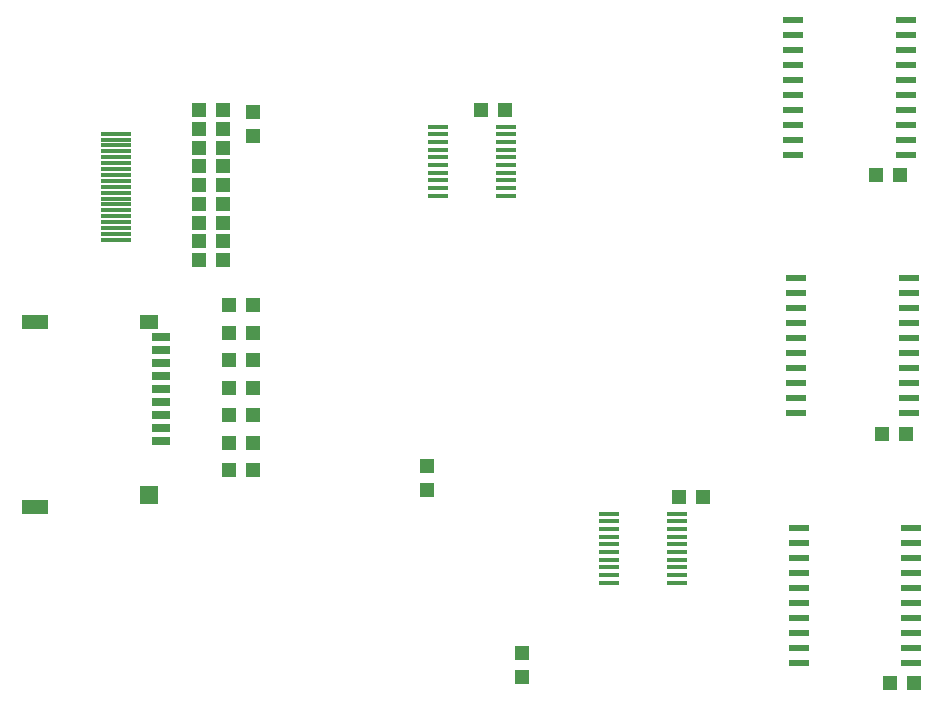
<source format=gtp>
G04 #@! TF.GenerationSoftware,KiCad,Pcbnew,8.0.3*
G04 #@! TF.CreationDate,2024-06-06T03:05:29-03:00*
G04 #@! TF.ProjectId,MSX_GOAULD_XC7,4d53585f-474f-4415-954c-445f5843372e,rev?*
G04 #@! TF.SameCoordinates,Original*
G04 #@! TF.FileFunction,Paste,Top*
G04 #@! TF.FilePolarity,Positive*
%FSLAX46Y46*%
G04 Gerber Fmt 4.6, Leading zero omitted, Abs format (unit mm)*
G04 Created by KiCad (PCBNEW 8.0.3) date 2024-06-06 03:05:29*
%MOMM*%
%LPD*%
G01*
G04 APERTURE LIST*
%ADD10R,1.167000X1.192000*%
%ADD11R,1.803400X0.533400*%
%ADD12R,1.192000X1.167000*%
%ADD13R,2.600000X0.298000*%
%ADD14R,1.600000X0.700000*%
%ADD15R,1.500000X1.200000*%
%ADD16R,2.200000X1.200000*%
%ADD17R,1.500000X1.600000*%
%ADD18O,1.740000X0.360000*%
G04 APERTURE END LIST*
D10*
X113538000Y-99758500D03*
X111506000Y-99758500D03*
X113538000Y-96583500D03*
X111506000Y-96583500D03*
X114046000Y-109812700D03*
X116078000Y-109812700D03*
X113538000Y-88646000D03*
X111506000Y-88646000D03*
X154178000Y-121412000D03*
X152146000Y-121412000D03*
X170855200Y-94130800D03*
X168823200Y-94130800D03*
D11*
X171602400Y-114300000D03*
X171602400Y-113030000D03*
X171602400Y-111760000D03*
X171602400Y-110490000D03*
X171602400Y-109220000D03*
X171602400Y-107950000D03*
X171602400Y-106680000D03*
X171602400Y-105410000D03*
X171602400Y-104140000D03*
X171602400Y-102870000D03*
X162052000Y-102870000D03*
X162052000Y-104140000D03*
X162052000Y-105410000D03*
X162052000Y-106680000D03*
X162052000Y-107950000D03*
X162052000Y-109220000D03*
X162052000Y-110490000D03*
X162052000Y-111760000D03*
X162052000Y-113030000D03*
X162052000Y-114300000D03*
D12*
X138861800Y-136652000D03*
X138861800Y-134620000D03*
D10*
X171348400Y-116078000D03*
X169316400Y-116078000D03*
X113538000Y-90233500D03*
X111506000Y-90233500D03*
X114046000Y-112141000D03*
X116078000Y-112141000D03*
D12*
X130810000Y-120777000D03*
X130810000Y-118745000D03*
D10*
X114046000Y-114469300D03*
X116078000Y-114469300D03*
X116078000Y-105156000D03*
X114046000Y-105156000D03*
D13*
X104510000Y-99634000D03*
X104510000Y-99134000D03*
X104510000Y-98634000D03*
X104510000Y-98134000D03*
X104510000Y-97634000D03*
X104510000Y-97134000D03*
X104510000Y-96634000D03*
X104510000Y-96134000D03*
X104510000Y-95634000D03*
X104510000Y-95134000D03*
X104510000Y-94634000D03*
X104510000Y-94134000D03*
X104510000Y-93634000D03*
X104510000Y-93134000D03*
X104510000Y-92634000D03*
X104510000Y-92134000D03*
X104510000Y-91634000D03*
X104510000Y-91134000D03*
X104510000Y-90634000D03*
D14*
X108282000Y-116674000D03*
X108282000Y-115574000D03*
X108282000Y-114474000D03*
X108282000Y-113374000D03*
X108282000Y-112274000D03*
X108282000Y-111174000D03*
X108282000Y-110074000D03*
X108282000Y-108974000D03*
X108282000Y-107874000D03*
D15*
X107282000Y-106624000D03*
D16*
X97682000Y-106624000D03*
X97682000Y-122224000D03*
D17*
X107282000Y-121274000D03*
D10*
X114046000Y-116797700D03*
X116078000Y-116797700D03*
D12*
X116078000Y-88773000D03*
X116078000Y-90805000D03*
D18*
X137490000Y-95894000D03*
X137490000Y-95244000D03*
X137490000Y-94594000D03*
X137490000Y-93944000D03*
X137490000Y-93284000D03*
X137490000Y-92634000D03*
X137490000Y-91984000D03*
X137490000Y-91334000D03*
X137490000Y-90684000D03*
X137490000Y-90034000D03*
X131750000Y-90034000D03*
X131750000Y-90684000D03*
X131750000Y-91334000D03*
X131750000Y-91984000D03*
X131750000Y-92634000D03*
X131750000Y-93284000D03*
X131750000Y-93944000D03*
X131750000Y-94594000D03*
X131750000Y-95244000D03*
X131750000Y-95894000D03*
D10*
X172059600Y-137160000D03*
X170027600Y-137160000D03*
D11*
X171841200Y-135441000D03*
X171841200Y-134171000D03*
X171841200Y-132901000D03*
X171841200Y-131631000D03*
X171841200Y-130361000D03*
X171841200Y-129091000D03*
X171841200Y-127821000D03*
X171841200Y-126551000D03*
X171841200Y-125281000D03*
X171841200Y-124011000D03*
X162290800Y-124011000D03*
X162290800Y-125281000D03*
X162290800Y-126551000D03*
X162290800Y-127821000D03*
X162290800Y-129091000D03*
X162290800Y-130361000D03*
X162290800Y-131631000D03*
X162290800Y-132901000D03*
X162290800Y-134171000D03*
X162290800Y-135441000D03*
D10*
X114046000Y-119126000D03*
X116078000Y-119126000D03*
D11*
X171348400Y-92456000D03*
X171348400Y-91186000D03*
X171348400Y-89916000D03*
X171348400Y-88646000D03*
X171348400Y-87376000D03*
X171348400Y-86106000D03*
X171348400Y-84836000D03*
X171348400Y-83566000D03*
X171348400Y-82296000D03*
X171348400Y-81026000D03*
X161798000Y-81026000D03*
X161798000Y-82296000D03*
X161798000Y-83566000D03*
X161798000Y-84836000D03*
X161798000Y-86106000D03*
X161798000Y-87376000D03*
X161798000Y-88646000D03*
X161798000Y-89916000D03*
X161798000Y-91186000D03*
X161798000Y-92456000D03*
D10*
X113538000Y-98171000D03*
X111506000Y-98171000D03*
D18*
X146228000Y-122800000D03*
X146228000Y-123450000D03*
X146228000Y-124100000D03*
X146228000Y-124750000D03*
X146228000Y-125410000D03*
X146228000Y-126060000D03*
X146228000Y-126710000D03*
X146228000Y-127360000D03*
X146228000Y-128010000D03*
X146228000Y-128660000D03*
X151968000Y-128660000D03*
X151968000Y-128010000D03*
X151968000Y-127360000D03*
X151968000Y-126710000D03*
X151968000Y-126060000D03*
X151968000Y-125410000D03*
X151968000Y-124750000D03*
X151968000Y-124100000D03*
X151968000Y-123450000D03*
X151968000Y-122800000D03*
D10*
X114046000Y-107484300D03*
X116078000Y-107484300D03*
X135361000Y-88603000D03*
X137393000Y-88603000D03*
X113538000Y-101346000D03*
X111506000Y-101346000D03*
X113538000Y-91821000D03*
X111506000Y-91821000D03*
X113538000Y-94996000D03*
X111506000Y-94996000D03*
X113538000Y-93408500D03*
X111506000Y-93408500D03*
M02*

</source>
